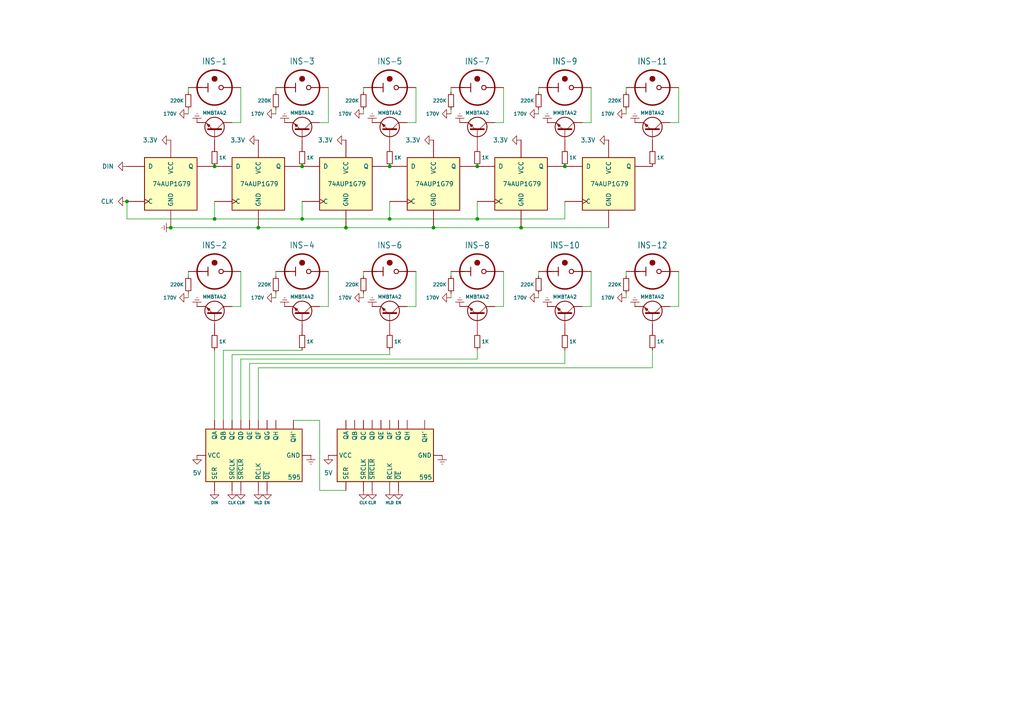
<source format=kicad_sch>
(kicad_sch (version 20250114) (generator "eeschema") (generator_version "9.0")
  (paper "A4")
  (lib_symbols
    (symbol "74AHC595_1" (pin_numbers (hide yes))
      (property "Reference" "U" (at -7.62 13.97 0))
      (property "Value" "74AHC595" (at -7.62 -16.51 0))
      (symbol "74AHC595_1_1_0"
        (pin input line (at -10.16 10.16 0) (length 2.54) (name "SER") (number "14"))
        (pin input line (at -10.16 5.08 0) (length 2.54) (name "SRCLK") (number "11"))
        (pin input line (at -10.16 2.54 0) (length 2.54) (name "~{SRCLR}") (number "10"))
        (pin input line (at -10.16 -2.54 0) (length 2.54) (name "RCLK") (number "12"))
        (pin input line (at -10.16 -5.08 0) (length 2.54) (name "~{OE}") (number "13"))
        (pin power_in line (at 0 15.24 270) (length 2.54) (name "VCC") (number "16"))
        (pin power_in line (at 0 -17.78 90) (length 2.54) (name "GND") (number "8"))
        (pin tri_state line (at 10.16 10.16 180) (length 2.54) (name "QA") (number "15"))
        (pin tri_state line (at 10.16 7.62 180) (length 2.54) (name "QB") (number "1"))
        (pin tri_state line (at 10.16 5.08 180) (length 2.54) (name "QC") (number "2"))
        (pin tri_state line (at 10.16 2.54 180) (length 2.54) (name "QD") (number "3"))
        (pin tri_state line (at 10.16 0 180) (length 2.54) (name "QE") (number "4"))
        (pin tri_state line (at 10.16 -2.54 180) (length 2.54) (name "QF") (number "5"))
        (pin tri_state line (at 10.16 -5.08 180) (length 2.54) (name "QG") (number "6"))
        (pin tri_state line (at 10.16 -7.62 180) (length 2.54) (name "QH") (number "7"))
        (pin output line (at 10.16 -12.7 180) (length 2.54) (name "QH'") (number "9"))
      )
      (symbol "74AHC595_1_1_1"
        (rectangle (start -7.62 12.7) (end 7.62 -15.24) (stroke (width 0.254)) (fill (type background)))
      )
    )
    (symbol "74AUP1G79_1" (pin_numbers (hide yes)) (pin_names (offset 1.016))
      (property "Reference" "U" (at -2.54 5.08 0))
      (property "Value" "74AUP1G79" (at 0 -5.08 0))
      (symbol "74AUP1G79_1_0_1"
        (rectangle (start -7.62 7.62) (end 7.62 -7.62) (stroke (width 0.254)) (fill (type background)))
      )
      (symbol "74AUP1G79_1_1_1"
        (pin input line (at -12.7 5.08 0) (length 5.08) (name "D") (number "1"))
        (pin input clock (at -12.7 -5.08 0) (length 5.08) (name "C") (number "2"))
        (pin power_in line (at 0 12.7 270) (length 5.08) (name "VCC") (number "5"))
        (pin power_in line (at 0 -12.7 90) (length 5.08) (name "GND") (number "3"))
        (pin output line (at 12.7 5.08 180) (length 5.08) (name "Q") (number "4"))
      )
    )
    (symbol "74xGxx:74AUP1G79" (pin_numbers (hide yes)) (pin_names (offset 1.016))
      (property "Reference" "U" (at -2.54 5.08 0))
      (property "Value" "74AUP1G79" (at 0 -5.08 0))
      (symbol "74AUP1G79_0_1"
        (rectangle (start -7.62 7.62) (end 7.62 -7.62) (stroke (width 0.254)) (fill (type background)))
      )
      (symbol "74AUP1G79_1_1"
        (pin input line (at -12.7 5.08 0) (length 5.08) (name "D") (number "1"))
        (pin input clock (at -12.7 -5.08 0) (length 5.08) (name "C") (number "2"))
        (pin power_in line (at 0 12.7 270) (length 5.08) (name "VCC") (number "5"))
        (pin power_in line (at 0 -12.7 90) (length 5.08) (name "GND") (number "3"))
        (pin output line (at 12.7 5.08 180) (length 5.08) (name "Q") (number "4"))
      )
    )
    (symbol "74xx:74AHC595" (pin_numbers (hide yes))
      (property "Reference" "U" (at -7.62 13.97 0))
      (property "Value" "74AHC595" (at -7.62 -16.51 0))
      (symbol "74AHC595_1_0"
        (pin input line (at -10.16 10.16 0) (length 2.54) (name "SER") (number "14"))
        (pin input line (at -10.16 5.08 0) (length 2.54) (name "SRCLK") (number "11"))
        (pin input line (at -10.16 2.54 0) (length 2.54) (name "~{SRCLR}") (number "10"))
        (pin input line (at -10.16 -2.54 0) (length 2.54) (name "RCLK") (number "12"))
        (pin input line (at -10.16 -5.08 0) (length 2.54) (name "~{OE}") (number "13"))
        (pin power_in line (at 0 15.24 270) (length 2.54) (name "VCC") (number "16"))
        (pin power_in line (at 0 -17.78 90) (length 2.54) (name "GND") (number "8"))
        (pin tri_state line (at 10.16 10.16 180) (length 2.54) (name "QA") (number "15"))
        (pin tri_state line (at 10.16 7.62 180) (length 2.54) (name "QB") (number "1"))
        (pin tri_state line (at 10.16 5.08 180) (length 2.54) (name "QC") (number "2"))
        (pin tri_state line (at 10.16 2.54 180) (length 2.54) (name "QD") (number "3"))
        (pin tri_state line (at 10.16 0 180) (length 2.54) (name "QE") (number "4"))
        (pin tri_state line (at 10.16 -2.54 180) (length 2.54) (name "QF") (number "5"))
        (pin tri_state line (at 10.16 -5.08 180) (length 2.54) (name "QG") (number "6"))
        (pin tri_state line (at 10.16 -7.62 180) (length 2.54) (name "QH") (number "7"))
        (pin output line (at 10.16 -12.7 180) (length 2.54) (name "QH'") (number "9"))
      )
      (symbol "74AHC595_1_1"
        (rectangle (start -7.62 12.7) (end 7.62 -15.24) (stroke (width 0.254)) (fill (type background)))
      )
    )
    (symbol "Device:R_Small" (pin_numbers (hide yes)) (pin_names (offset 0.254) (hide yes))
      (property "Reference" "R" (at 0 0 90))
      (property "Value" "R_Small" (at 1.778 0 90))
      (symbol "R_Small_0_1"
        (rectangle (start -0.762 1.778) (end 0.762 -1.778) (stroke (width 0.2032)))
      )
      (symbol "R_Small_1_1"
        (pin passive line (at 0 2.54 270) (length 0.762) (name "~") (number "1"))
        (pin passive line (at 0 -2.54 90) (length 0.762) (name "~") (number "2"))
      )
    )
    (symbol "IN-3_1" (pin_numbers (hide yes)) (pin_names (hide yes))
      (property "Reference" "N" (at 1.27 3.175 0))
      (symbol "IN-3_1_1_0"
        (polyline (pts (xy 0 -2.54) (xy 0.635 -2.54)) (stroke (width 0.254)))
        (polyline (pts (xy 0.635 -2.54) (xy 0 -2.54)) (stroke (width 0.254)))
        (polyline (pts (xy 0.635 -2.54) (xy 3.175 -2.54)) (stroke (width 0.254)))
        (polyline (pts (xy 1.27 -2.54) (xy 0.635 -2.54)) (stroke (width 0.254)))
        (polyline (pts (xy 3.175 -2.54) (xy 3.175 -1.27)) (stroke (width 0.254)))
        (polyline (pts (xy 3.175 -2.54) (xy 3.175 -3.81)) (stroke (width 0.254)))
        (polyline (pts (xy 4.7625 0) (xy 5.08 0)) (stroke (width 0.254)))
        (polyline (pts (xy 5.08 0) (xy 5.08 0.3175)) (stroke (width 0.4064)))
        (polyline (pts (xy 5.08 0) (xy 5.08 -0.3175)) (stroke (width 0.4064)))
        (polyline (pts (xy 5.08 0) (xy 5.3975 0)) (stroke (width 0.254)))
        (circle (center 5.08 0) (radius 0.3175) (stroke (width 0.254)))
        (circle (center 5.08 0) (radius 0.635) (stroke (width 0.4064)))
        (circle (center 5.08 -2.54) (radius 5.08) (stroke (width 0.4064)))
        (circle (center 6.985 -2.54) (radius 0.635) (stroke (width 0.254)))
        (polyline (pts (xy 10.16 -2.54) (xy 7.62 -2.54)) (stroke (width 0.254)))
        (pin bidirectional line (at -2.54 -2.54 0) (length 2.54) (name "A") (number "A"))
        (pin bidirectional line (at 12.7 -2.54 180) (length 2.54) (name "K") (number "K"))
      )
    )
    (symbol "Transistor_BJT:MMBTA42" (pin_numbers (hide yes)) (pin_names (offset 0) (hide yes))
      (property "Reference" "Q" (at 5.08 1.905 0))
      (property "Value" "MMBTA42" (at 5.08 0 0))
      (symbol "MMBTA42_0_1"
        (polyline (pts (xy -2.54 0) (xy 0.635 0)))
        (polyline (pts (xy 0.635 1.905) (xy 0.635 -1.905)) (stroke (width 0.508)))
        (circle (center 1.27 0) (radius 2.8194) (stroke (width 0.254)))
      )
      (symbol "MMBTA42_1_1"
        (polyline (pts (xy 0.635 0.635) (xy 2.54 2.54)))
        (polyline (pts (xy 0.635 -0.635) (xy 2.54 -2.54)))
        (polyline (pts (xy 1.27 -1.778) (xy 1.778 -1.27) (xy 2.286 -2.286) (xy 1.27 -1.778)) (fill (type outline)))
        (pin input line (at -5.08 0 0) (length 2.54) (name "B") (number "1"))
        (pin passive line (at 2.54 5.08 270) (length 2.54) (name "C") (number "3"))
        (pin passive line (at 2.54 -5.08 90) (length 2.54) (name "E") (number "2"))
      )
    )
    (symbol "power:GND" (power) (pin_numbers (hide yes)) (pin_names (offset 0) (hide yes))
      (property "Value" "GND" (at 0 -3.81 0))
      (symbol "GND_0_1"
        (polyline (pts (xy 0 0) (xy 0 -1.27) (xy 1.27 -1.27) (xy 0 -2.54) (xy -1.27 -1.27) (xy 0 -1.27)))
      )
      (symbol "GND_1_1"
        (pin power_in line (at 0 0 270) (length 0) (name "~") (number "1"))
      )
    )
    (symbol "power:GNDREF" (power) (pin_numbers (hide yes)) (pin_names (offset 0) (hide yes))
      (property "Value" "GNDREF" (at 0 -3.81 0))
      (symbol "GNDREF_0_1"
        (polyline (pts (xy -0.635 -1.905) (xy 0.635 -1.905)))
        (polyline (pts (xy -0.127 -2.54) (xy 0.127 -2.54)))
        (polyline (pts (xy 0 -1.27) (xy 0 0)))
        (polyline (pts (xy 1.27 -1.27) (xy -1.27 -1.27)))
      )
      (symbol "GNDREF_1_1"
        (pin power_in line (at 0 0 270) (length 0) (name "~") (number "1"))
      )
    )
  )
  (junction (at 49.53 66.04))
  (junction (at 100.33 66.04))
  (junction (at 62.23 63.5))
  (junction (at 125.73 66.04))
  (junction (at 138.43 48.26))
  (junction (at 36.83 58.42))
  (junction (at 151.13 66.04))
  (junction (at 87.63 63.5))
  (junction (at 113.03 63.5))
  (junction (at 113.03 48.26))
  (junction (at 74.93 66.04))
  (junction (at 163.83 48.26))
  (junction (at 62.23 48.26))
  (junction (at 87.63 48.26))
  (junction (at 138.43 63.5))
  (wire (pts (xy 196.85 25.4) (xy 196.85 35.56)))
  (wire (pts (xy 72.39 105.41) (xy 163.83 105.41)))
  (wire (pts (xy 69.85 121.92) (xy 69.85 104.14)))
  (wire (pts (xy 74.93 121.92) (xy 74.93 106.68)))
  (wire (pts (xy 105.41 78.74) (xy 105.41 80.01)))
  (wire (pts (xy 69.85 35.56) (xy 67.31 35.56)))
  (wire (pts (xy 113.03 102.87) (xy 113.03 101.6)))
  (wire (pts (xy 69.85 25.4) (xy 69.85 35.56)))
  (wire (pts (xy 156.21 86.36) (xy 156.21 85.09)))
  (wire (pts (xy 196.85 88.9) (xy 194.31 88.9)))
  (wire (pts (xy 74.93 66.04) (xy 100.33 66.04)))
  (wire (pts (xy 189.23 101.6) (xy 189.23 106.68)))
  (wire (pts (xy 181.61 25.4) (xy 181.61 26.67)))
  (wire (pts (xy 105.41 33.02) (xy 105.41 31.75)))
  (wire (pts (xy 67.31 102.87) (xy 113.03 102.87)))
  (wire (pts (xy 138.43 101.6) (xy 138.43 104.14)))
  (wire (pts (xy 67.31 121.92) (xy 67.31 102.87)))
  (wire (pts (xy 113.03 63.5) (xy 87.63 63.5)))
  (wire (pts (xy 69.85 104.14) (xy 138.43 104.14)))
  (wire (pts (xy 120.65 88.9) (xy 118.11 88.9)))
  (wire (pts (xy 146.05 35.56) (xy 143.51 35.56)))
  (wire (pts (xy 54.61 33.02) (xy 54.61 31.75)))
  (wire (pts (xy 92.71 121.92) (xy 92.71 142.24)))
  (wire (pts (xy 87.63 58.42) (xy 87.63 63.5)))
  (wire (pts (xy 105.41 25.4) (xy 105.41 26.67)))
  (wire (pts (xy 156.21 78.74) (xy 156.21 80.01)))
  (wire (pts (xy 113.03 58.42) (xy 113.03 63.5)))
  (wire (pts (xy 36.83 58.42) (xy 36.83 63.5)))
  (wire (pts (xy 130.81 86.36) (xy 130.81 85.09)))
  (wire (pts (xy 181.61 78.74) (xy 181.61 80.01)))
  (wire (pts (xy 156.21 33.02) (xy 156.21 31.75)))
  (wire (pts (xy 151.13 66.04) (xy 176.53 66.04)))
  (wire (pts (xy 92.71 142.24) (xy 100.33 142.24)))
  (wire (pts (xy 146.05 78.74) (xy 146.05 88.9)))
  (wire (pts (xy 181.61 33.02) (xy 181.61 31.75)))
  (wire (pts (xy 62.23 101.6) (xy 62.23 121.92)))
  (wire (pts (xy 130.81 25.4) (xy 130.81 26.67)))
  (wire (pts (xy 156.21 25.4) (xy 156.21 26.67)))
  (wire (pts (xy 196.85 35.56) (xy 194.31 35.56)))
  (wire (pts (xy 100.33 66.04) (xy 125.73 66.04)))
  (wire (pts (xy 146.05 88.9) (xy 143.51 88.9)))
  (wire (pts (xy 64.77 121.92) (xy 64.77 101.6)))
  (wire (pts (xy 95.25 35.56) (xy 92.71 35.56)))
  (wire (pts (xy 181.61 86.36) (xy 181.61 85.09)))
  (wire (pts (xy 171.45 78.74) (xy 171.45 88.9)))
  (wire (pts (xy 49.53 66.04) (xy 74.93 66.04)))
  (wire (pts (xy 72.39 121.92) (xy 72.39 105.41)))
  (wire (pts (xy 163.83 105.41) (xy 163.83 101.6)))
  (wire (pts (xy 146.05 25.4) (xy 146.05 35.56)))
  (wire (pts (xy 85.09 121.92) (xy 92.71 121.92)))
  (wire (pts (xy 138.43 63.5) (xy 113.03 63.5)))
  (wire (pts (xy 80.01 86.36) (xy 80.01 85.09)))
  (wire (pts (xy 64.77 101.6) (xy 87.63 101.6)))
  (wire (pts (xy 95.25 78.74) (xy 95.25 88.9)))
  (wire (pts (xy 80.01 25.4) (xy 80.01 26.67)))
  (wire (pts (xy 163.83 58.42) (xy 163.83 63.5)))
  (wire (pts (xy 196.85 78.74) (xy 196.85 88.9)))
  (wire (pts (xy 62.23 58.42) (xy 62.23 63.5)))
  (wire (pts (xy 54.61 25.4) (xy 54.61 26.67)))
  (wire (pts (xy 95.25 88.9) (xy 92.71 88.9)))
  (wire (pts (xy 130.81 78.74) (xy 130.81 80.01)))
  (wire (pts (xy 80.01 33.02) (xy 80.01 31.75)))
  (wire (pts (xy 74.93 106.68) (xy 189.23 106.68)))
  (wire (pts (xy 80.01 78.74) (xy 80.01 80.01)))
  (wire (pts (xy 120.65 25.4) (xy 120.65 35.56)))
  (wire (pts (xy 138.43 58.42) (xy 138.43 63.5)))
  (wire (pts (xy 171.45 25.4) (xy 171.45 35.56)))
  (wire (pts (xy 138.43 63.5) (xy 163.83 63.5)))
  (wire (pts (xy 62.23 63.5) (xy 36.83 63.5)))
  (wire (pts (xy 120.65 35.56) (xy 118.11 35.56)))
  (wire (pts (xy 171.45 35.56) (xy 168.91 35.56)))
  (wire (pts (xy 54.61 86.36) (xy 54.61 85.09)))
  (wire (pts (xy 62.23 63.5) (xy 87.63 63.5)))
  (wire (pts (xy 69.85 78.74) (xy 69.85 88.9)))
  (wire (pts (xy 125.73 66.04) (xy 151.13 66.04)))
  (wire (pts (xy 95.25 25.4) (xy 95.25 35.56)))
  (wire (pts (xy 171.45 88.9) (xy 168.91 88.9)))
  (wire (pts (xy 120.65 78.74) (xy 120.65 88.9)))
  (wire (pts (xy 105.41 86.36) (xy 105.41 85.09)))
  (wire (pts (xy 130.81 33.02) (xy 130.81 31.75)))
  (wire (pts (xy 69.85 88.9) (xy 67.31 88.9)))
  (wire (pts (xy 54.61 78.74) (xy 54.61 80.01)))
  (symbol (lib_id "power:GND") (at 80.01 33.02 270) (unit 1)
    (property "Reference" "#PWR016" (effects (hide yes)))
    (property "Value" "170V" (at 74.676 33.02 90) (effects (font (size 1 1))))
    (property "Description" "Power symbol creates a global label with name \"GND\" , ground" (effects (hide yes)))
  )
  (symbol (lib_id "power:GND") (at 74.93 142.24 0) (unit 1)
    (property "Reference" "#PWR014" (effects (hide yes)))
    (property "Value" "HLD" (at 74.93 145.796 0) (effects (font (size 0.8 0.8))))
    (property "Description" "Power symbol creates a global label with name \"GND\" , ground" (effects (hide yes)))
  )
  (symbol (lib_id "power:GND") (at 130.81 86.36 270) (unit 1)
    (property "Reference" "#PWR034" (effects (hide yes)))
    (property "Value" "170V" (at 125.476 86.36 90) (effects (font (size 1 1))))
    (property "Description" "Power symbol creates a global label with name \"GND\" , ground" (effects (hide yes)))
  )
  (symbol (lib_id "power:GNDREF") (at 57.15 88.9 180) (unit 1)
    (property "Reference" "#PWR08" (effects (hide yes)))
    (property "Value" "GNDREF" (effects (hide yes)))
    (property "Description" "Power symbol creates a global label with name \"GNDREF\" , reference supply ground" (effects (hide yes)))
  )
  (symbol (lib_id "power:GND") (at 151.13 40.64 270) (unit 1)
    (property "Reference" "#PWR037" (effects (hide yes)))
    (property "Value" "3.3V" (at 147.32 40.6399 90) (effects (justify right)))
    (property "Description" "Power symbol creates a global label with name \"GND\" , ground" (effects (hide yes)))
  )
  (symbol (lib_id "74xGxx:74AUP1G79") (at 74.93 53.34 0) (unit 1)
    (property "Reference" "U3" (effects (hide yes)))
    (property "Value" "74AUP1G79" (at 75.184 53.34 0))
    (property "Datasheet" "http://www.ti.com/lit/sg/scyt129e/scyt129e.pdf" (effects (hide yes)))
    (property "Description" "Single D Flip-Flop, Low-Voltage CMOS" (effects (hide yes)))
  )
  (symbol (lib_id "power:GNDREF") (at 158.75 35.56 180) (unit 1)
    (property "Reference" "#PWR040" (effects (hide yes)))
    (property "Value" "GNDREF" (effects (hide yes)))
    (property "Description" "Power symbol creates a global label with name \"GNDREF\" , reference supply ground" (effects (hide yes)))
  )
  (symbol (lib_id "Device:R_Small") (at 189.23 45.72 0) (unit 1)
    (property "Reference" "R23" (effects (hide yes)))
    (property "Value" "1K" (at 190.5 45.72 0) (effects (font (size 1 1)) (justify left)))
    (property "Description" "Resistor, small symbol" (effects (hide yes)))
  )
  (symbol (lib_id "Transistor_BJT:MMBTA42") (at 163.83 91.44 270) (mirror x) (unit 1)
    (property "Reference" "Q10" (effects (hide yes)))
    (property "Value" "MMBTA42" (at 163.83 86.106 90) (effects (font (size 1 1))))
    (property "Datasheet" "https://www.onsemi.com/pub/Collateral/MMBTA42LT1-D.PDF" (effects (hide yes)))
    (property "Description" "0.5A Ic, 300V Vce, NPN High Voltage Transistor, SOT-23" (effects (hide yes)))
    (property "Sim.Device" "NPN" (effects (hide yes)))
    (property "Sim.Pins" "1=B 2=E 3=C" (effects (hide yes)))
  )
  (symbol (lib_id "power:GND") (at 156.21 86.36 270) (unit 1)
    (property "Reference" "#PWR039" (effects (hide yes)))
    (property "Value" "170V" (at 150.876 86.36 90) (effects (font (size 1 1))))
    (property "Description" "Power symbol creates a global label with name \"GND\" , ground" (effects (hide yes)))
  )
  (symbol (lib_name "IN-3_1") (lib_id "nixies-us:IN-3") (at 184.15 22.86 0) (unit 1)
    (property "Reference" "INS-11" (at 189.23 17.78 0) (effects (font (size 1.778 1.5113))))
    (property "Description" "IN-3: nixie bulb" (effects (hide yes)))
  )
  (symbol (lib_id "Device:R_Small") (at 181.61 82.55 0) (mirror y) (unit 1)
    (property "Reference" "R22" (effects (hide yes)))
    (property "Value" "220K" (at 180.34 82.55 0) (effects (font (size 1 1)) (justify left)))
    (property "Description" "Resistor, small symbol" (effects (hide yes)))
  )
  (symbol (lib_id "Device:R_Small") (at 80.01 82.55 0) (mirror y) (unit 1)
    (property "Reference" "R6" (effects (hide yes)))
    (property "Value" "220K" (at 78.74 82.55 0) (effects (font (size 1 1)) (justify left)))
    (property "Description" "Resistor, small symbol" (effects (hide yes)))
  )
  (symbol (lib_id "Device:R_Small") (at 156.21 29.21 0) (mirror y) (unit 1)
    (property "Reference" "R17" (effects (hide yes)))
    (property "Value" "220K" (at 154.94 29.21 0) (effects (font (size 1 1)) (justify left)))
    (property "Description" "Resistor, small symbol" (effects (hide yes)))
  )
  (symbol (lib_id "Device:R_Small") (at 156.21 82.55 0) (mirror y) (unit 1)
    (property "Reference" "R18" (effects (hide yes)))
    (property "Value" "220K" (at 154.94 82.55 0) (effects (font (size 1 1)) (justify left)))
    (property "Description" "Resistor, small symbol" (effects (hide yes)))
  )
  (symbol (lib_name "IN-3_1") (lib_id "nixies-us:IN-3") (at 184.15 76.2 0) (unit 1)
    (property "Reference" "INS-12" (at 189.23 71.12 0) (effects (font (size 1.778 1.5113))))
    (property "Description" "IN-3: nixie bulb" (effects (hide yes)))
  )
  (symbol (lib_id "power:GNDREF") (at 82.55 35.56 180) (unit 1)
    (property "Reference" "#PWR018" (effects (hide yes)))
    (property "Value" "GNDREF" (effects (hide yes)))
    (property "Description" "Power symbol creates a global label with name \"GNDREF\" , reference supply ground" (effects (hide yes)))
  )
  (symbol (lib_name "74AHC595_1") (lib_id "74xx:74AHC595") (at 72.39 132.08 90) (unit 1)
    (property "Reference" "U2" (effects (hide yes)))
    (property "Value" "595" (at 85.344 138.43 90))
    (property "Datasheet" "https://assets.nexperia.com/documents/data-sheet/74AHC_AHCT595.pdf" (effects (hide yes)))
    (property "Description" "8-bit serial in/out Shift Register 3-State Outputs" (effects (hide yes)))
  )
  (symbol (lib_id "Transistor_BJT:MMBTA42") (at 163.83 38.1 270) (mirror x) (unit 1)
    (property "Reference" "Q9" (effects (hide yes)))
    (property "Value" "MMBTA42" (at 163.83 32.766 90) (effects (font (size 1 1))))
    (property "Datasheet" "https://www.onsemi.com/pub/Collateral/MMBTA42LT1-D.PDF" (effects (hide yes)))
    (property "Description" "0.5A Ic, 300V Vce, NPN High Voltage Transistor, SOT-23" (effects (hide yes)))
    (property "Sim.Device" "NPN" (effects (hide yes)))
    (property "Sim.Pins" "1=B 2=E 3=C" (effects (hide yes)))
  )
  (symbol (lib_id "Transistor_BJT:MMBTA42") (at 138.43 91.44 270) (mirror x) (unit 1)
    (property "Reference" "Q8" (effects (hide yes)))
    (property "Value" "MMBTA42" (at 138.43 86.106 90) (effects (font (size 1 1))))
    (property "Datasheet" "https://www.onsemi.com/pub/Collateral/MMBTA42LT1-D.PDF" (effects (hide yes)))
    (property "Description" "0.5A Ic, 300V Vce, NPN High Voltage Transistor, SOT-23" (effects (hide yes)))
    (property "Sim.Device" "NPN" (effects (hide yes)))
    (property "Sim.Pins" "1=B 2=E 3=C" (effects (hide yes)))
  )
  (symbol (lib_id "power:GND") (at 69.85 142.24 0) (unit 1)
    (property "Reference" "#PWR012" (effects (hide yes)))
    (property "Value" "CLR" (at 69.85 145.796 0) (effects (font (size 0.8 0.8))))
    (property "Description" "Power symbol creates a global label with name \"GND\" , ground" (effects (hide yes)))
  )
  (symbol (lib_id "power:GNDREF") (at 57.15 35.56 180) (unit 1)
    (property "Reference" "#PWR07" (effects (hide yes)))
    (property "Value" "GNDREF" (effects (hide yes)))
    (property "Description" "Power symbol creates a global label with name \"GNDREF\" , reference supply ground" (effects (hide yes)))
  )
  (symbol (lib_id "power:GND") (at 36.83 58.42 270) (unit 1)
    (property "Reference" "#PWR02" (effects (hide yes)))
    (property "Value" "CLK" (at 33.02 58.4199 90) (effects (justify right)))
    (property "Description" "Power symbol creates a global label with name \"GND\" , ground" (effects (hide yes)))
  )
  (symbol (lib_name "IN-3_1") (lib_id "nixies-us:IN-3") (at 107.95 22.86 0) (unit 1)
    (property "Reference" "INS-5" (at 113.03 17.78 0) (effects (font (size 1.778 1.5113))))
    (property "Description" "IN-3: nixie bulb" (effects (hide yes)))
  )
  (symbol (lib_name "IN-3_1") (lib_id "nixies-us:IN-3") (at 158.75 22.86 0) (unit 1)
    (property "Reference" "INS-9" (at 163.83 17.78 0) (effects (font (size 1.778 1.5113))))
    (property "Description" "IN-3: nixie bulb" (effects (hide yes)))
  )
  (symbol (lib_id "power:GND") (at 54.61 33.02 270) (unit 1)
    (property "Reference" "#PWR05" (effects (hide yes)))
    (property "Value" "170V" (at 49.276 33.02 90) (effects (font (size 1 1))))
    (property "Description" "Power symbol creates a global label with name \"GND\" , ground" (effects (hide yes)))
  )
  (symbol (lib_id "power:GND") (at 77.47 142.24 0) (unit 1)
    (property "Reference" "#PWR015" (effects (hide yes)))
    (property "Value" "EN" (at 77.47 145.796 0) (effects (font (size 0.8 0.8))))
    (property "Description" "Power symbol creates a global label with name \"GND\" , ground" (effects (hide yes)))
  )
  (symbol (lib_id "Device:R_Small") (at 130.81 29.21 0) (mirror y) (unit 1)
    (property "Reference" "R13" (effects (hide yes)))
    (property "Value" "220K" (at 129.54 29.21 0) (effects (font (size 1 1)) (justify left)))
    (property "Description" "Resistor, small symbol" (effects (hide yes)))
  )
  (symbol (lib_id "Device:R_Small") (at 87.63 45.72 0) (unit 1)
    (property "Reference" "R7" (effects (hide yes)))
    (property "Value" "1K" (at 88.9 45.72 0) (effects (font (size 1 1)) (justify left)))
    (property "Description" "Resistor, small symbol" (effects (hide yes)))
  )
  (symbol (lib_name "IN-3_1") (lib_id "nixies-us:IN-3") (at 107.95 76.2 0) (unit 1)
    (property "Reference" "INS-6" (at 113.03 71.12 0) (effects (font (size 1.778 1.5113))))
    (property "Description" "IN-3: nixie bulb" (effects (hide yes)))
  )
  (symbol (lib_id "Transistor_BJT:MMBTA42") (at 189.23 91.44 270) (mirror x) (unit 1)
    (property "Reference" "Q12" (effects (hide yes)))
    (property "Value" "MMBTA42" (at 189.23 86.106 90) (effects (font (size 1 1))))
    (property "Datasheet" "https://www.onsemi.com/pub/Collateral/MMBTA42LT1-D.PDF" (effects (hide yes)))
    (property "Description" "0.5A Ic, 300V Vce, NPN High Voltage Transistor, SOT-23" (effects (hide yes)))
    (property "Sim.Device" "NPN" (effects (hide yes)))
    (property "Sim.Pins" "1=B 2=E 3=C" (effects (hide yes)))
  )
  (symbol (lib_id "Transistor_BJT:MMBTA42") (at 113.03 91.44 270) (mirror x) (unit 1)
    (property "Reference" "Q6" (effects (hide yes)))
    (property "Value" "MMBTA42" (at 113.03 86.106 90) (effects (font (size 1 1))))
    (property "Datasheet" "https://www.onsemi.com/pub/Collateral/MMBTA42LT1-D.PDF" (effects (hide yes)))
    (property "Description" "0.5A Ic, 300V Vce, NPN High Voltage Transistor, SOT-23" (effects (hide yes)))
    (property "Sim.Device" "NPN" (effects (hide yes)))
    (property "Sim.Pins" "1=B 2=E 3=C" (effects (hide yes)))
  )
  (symbol (lib_name "IN-3_1") (lib_id "nixies-us:IN-3") (at 158.75 76.2 0) (unit 1)
    (property "Reference" "INS-10" (at 163.83 71.12 0) (effects (font (size 1.778 1.5113))))
    (property "Description" "IN-3: nixie bulb" (effects (hide yes)))
  )
  (symbol (lib_id "Device:R_Small") (at 54.61 29.21 0) (mirror y) (unit 1)
    (property "Reference" "R1" (effects (hide yes)))
    (property "Value" "220K" (at 53.34 29.21 0) (effects (font (size 1 1)) (justify left)))
    (property "Description" "Resistor, small symbol" (effects (hide yes)))
  )
  (symbol (lib_id "74xx:74AHC595") (at 110.49 132.08 90) (unit 1)
    (property "Reference" "U5" (effects (hide yes)))
    (property "Value" "595" (at 123.444 138.43 90))
    (property "Datasheet" "https://assets.nexperia.com/documents/data-sheet/74AHC_AHCT595.pdf" (effects (hide yes)))
    (property "Description" "8-bit serial in/out Shift Register 3-State Outputs" (effects (hide yes)))
  )
  (symbol (lib_id "power:GND") (at 67.31 142.24 0) (unit 1)
    (property "Reference" "#PWR011" (effects (hide yes)))
    (property "Value" "CLK" (at 67.31 145.796 0) (effects (font (size 0.8 0.8))))
    (property "Description" "Power symbol creates a global label with name \"GND\" , ground" (effects (hide yes)))
  )
  (symbol (lib_id "Device:R_Small") (at 87.63 99.06 0) (unit 1)
    (property "Reference" "R8" (effects (hide yes)))
    (property "Value" "1K" (at 88.9 99.06 0) (effects (font (size 1 1)) (justify left)))
    (property "Description" "Resistor, small symbol" (effects (hide yes)))
  )
  (symbol (lib_id "Device:R_Small") (at 163.83 99.06 0) (unit 1)
    (property "Reference" "R20" (effects (hide yes)))
    (property "Value" "1K" (at 165.1 99.06 0) (effects (font (size 1 1)) (justify left)))
    (property "Description" "Resistor, small symbol" (effects (hide yes)))
  )
  (symbol (lib_id "power:GNDREF") (at 49.53 66.04 270) (unit 1)
    (property "Reference" "#PWR04" (effects (hide yes)))
    (property "Value" "GNDREF" (effects (hide yes)))
    (property "Description" "Power symbol creates a global label with name \"GNDREF\" , reference supply ground" (effects (hide yes)))
  )
  (symbol (lib_id "power:GNDREF") (at 184.15 88.9 180) (unit 1)
    (property "Reference" "#PWR046" (effects (hide yes)))
    (property "Value" "GNDREF" (effects (hide yes)))
    (property "Description" "Power symbol creates a global label with name \"GNDREF\" , reference supply ground" (effects (hide yes)))
  )
  (symbol (lib_id "power:GND") (at 130.81 33.02 270) (unit 1)
    (property "Reference" "#PWR033" (effects (hide yes)))
    (property "Value" "170V" (at 125.476 33.02 90) (effects (font (size 1 1))))
    (property "Description" "Power symbol creates a global label with name \"GND\" , ground" (effects (hide yes)))
  )
  (symbol (lib_id "power:GND") (at 156.21 33.02 270) (unit 1)
    (property "Reference" "#PWR038" (effects (hide yes)))
    (property "Value" "170V" (at 150.876 33.02 90) (effects (font (size 1 1))))
    (property "Description" "Power symbol creates a global label with name \"GND\" , ground" (effects (hide yes)))
  )
  (symbol (lib_id "Device:R_Small") (at 138.43 45.72 0) (unit 1)
    (property "Reference" "R15" (effects (hide yes)))
    (property "Value" "1K" (at 139.7 45.72 0) (effects (font (size 1 1)) (justify left)))
    (property "Description" "Resistor, small symbol" (effects (hide yes)))
  )
  (symbol (lib_id "Device:R_Small") (at 105.41 29.21 0) (mirror y) (unit 1)
    (property "Reference" "R9" (effects (hide yes)))
    (property "Value" "220K" (at 104.14 29.21 0) (effects (font (size 1 1)) (justify left)))
    (property "Description" "Resistor, small symbol" (effects (hide yes)))
  )
  (symbol (lib_id "74xGxx:74AUP1G79") (at 176.53 53.34 0) (unit 1)
    (property "Reference" "U8" (effects (hide yes)))
    (property "Value" "74AUP1G79" (at 176.784 53.34 0))
    (property "Datasheet" "http://www.ti.com/lit/sg/scyt129e/scyt129e.pdf" (effects (hide yes)))
    (property "Description" "Single D Flip-Flop, Low-Voltage CMOS" (effects (hide yes)))
  )
  (symbol (lib_id "Transistor_BJT:MMBTA42") (at 138.43 38.1 270) (mirror x) (unit 1)
    (property "Reference" "Q7" (effects (hide yes)))
    (property "Value" "MMBTA42" (at 138.43 32.766 90) (effects (font (size 1 1))))
    (property "Datasheet" "https://www.onsemi.com/pub/Collateral/MMBTA42LT1-D.PDF" (effects (hide yes)))
    (property "Description" "0.5A Ic, 300V Vce, NPN High Voltage Transistor, SOT-23" (effects (hide yes)))
    (property "Sim.Device" "NPN" (effects (hide yes)))
    (property "Sim.Pins" "1=B 2=E 3=C" (effects (hide yes)))
  )
  (symbol (lib_id "Device:R_Small") (at 80.01 29.21 0) (mirror y) (unit 1)
    (property "Reference" "R5" (effects (hide yes)))
    (property "Value" "220K" (at 78.74 29.21 0) (effects (font (size 1 1)) (justify left)))
    (property "Description" "Resistor, small symbol" (effects (hide yes)))
  )
  (symbol (lib_id "power:GNDREF") (at 133.35 88.9 180) (unit 1)
    (property "Reference" "#PWR036" (effects (hide yes)))
    (property "Value" "GNDREF" (effects (hide yes)))
    (property "Description" "Power symbol creates a global label with name \"GNDREF\" , reference supply ground" (effects (hide yes)))
  )
  (symbol (lib_id "power:GND") (at 57.15 132.08 0) (unit 1)
    (property "Reference" "#PWR09" (effects (hide yes)))
    (property "Value" "5V" (at 57.15 137.16 0))
    (property "Description" "Power symbol creates a global label with name \"GND\" , ground" (effects (hide yes)))
  )
  (symbol (lib_id "Transistor_BJT:MMBTA42") (at 62.23 91.44 270) (mirror x) (unit 1)
    (property "Reference" "Q2" (effects (hide yes)))
    (property "Value" "MMBTA42" (at 62.23 86.106 90) (effects (font (size 1 1))))
    (property "Datasheet" "https://www.onsemi.com/pub/Collateral/MMBTA42LT1-D.PDF" (effects (hide yes)))
    (property "Description" "0.5A Ic, 300V Vce, NPN High Voltage Transistor, SOT-23" (effects (hide yes)))
    (property "Sim.Device" "NPN" (effects (hide yes)))
    (property "Sim.Pins" "1=B 2=E 3=C" (effects (hide yes)))
  )
  (symbol (lib_name "IN-3_1") (lib_id "nixies-us:IN-3") (at 57.15 22.86 0) (unit 1)
    (property "Reference" "INS-1" (at 62.23 17.78 0) (effects (font (size 1.778 1.5113))))
    (property "Description" "IN-3: nixie bulb" (effects (hide yes)))
  )
  (symbol (lib_id "power:GNDREF") (at 82.55 88.9 180) (unit 1)
    (property "Reference" "#PWR019" (effects (hide yes)))
    (property "Value" "GNDREF" (effects (hide yes)))
    (property "Description" "Power symbol creates a global label with name \"GNDREF\" , reference supply ground" (effects (hide yes)))
  )
  (symbol (lib_name "74AUP1G79_1") (lib_id "74xGxx:74AUP1G79") (at 125.73 53.34 0) (unit 1)
    (property "Reference" "U6" (effects (hide yes)))
    (property "Value" "74AUP1G79" (at 125.984 53.34 0))
    (property "Datasheet" "http://www.ti.com/lit/sg/scyt129e/scyt129e.pdf" (effects (hide yes)))
    (property "Description" "Single D Flip-Flop, Low-Voltage CMOS" (effects (hide yes)))
  )
  (symbol (lib_id "power:GND") (at 105.41 86.36 270) (unit 1)
    (property "Reference" "#PWR024" (effects (hide yes)))
    (property "Value" "170V" (at 100.076 86.36 90) (effects (font (size 1 1))))
    (property "Description" "Power symbol creates a global label with name \"GND\" , ground" (effects (hide yes)))
  )
  (symbol (lib_id "Device:R_Small") (at 54.61 82.55 0) (mirror y) (unit 1)
    (property "Reference" "R2" (effects (hide yes)))
    (property "Value" "220K" (at 53.34 82.55 0) (effects (font (size 1 1)) (justify left)))
    (property "Description" "Resistor, small symbol" (effects (hide yes)))
  )
  (symbol (lib_id "Transistor_BJT:MMBTA42") (at 189.23 38.1 270) (mirror x) (unit 1)
    (property "Reference" "Q11" (effects (hide yes)))
    (property "Value" "MMBTA42" (at 189.23 32.766 90) (effects (font (size 1 1))))
    (property "Datasheet" "https://www.onsemi.com/pub/Collateral/MMBTA42LT1-D.PDF" (effects (hide yes)))
    (property "Description" "0.5A Ic, 300V Vce, NPN High Voltage Transistor, SOT-23" (effects (hide yes)))
    (property "Sim.Device" "NPN" (effects (hide yes)))
    (property "Sim.Pins" "1=B 2=E 3=C" (effects (hide yes)))
  )
  (symbol (lib_id "power:GNDREF") (at 107.95 35.56 180) (unit 1)
    (property "Reference" "#PWR026" (effects (hide yes)))
    (property "Value" "GNDREF" (effects (hide yes)))
    (property "Description" "Power symbol creates a global label with name \"GNDREF\" , reference supply ground" (effects (hide yes)))
  )
  (symbol (lib_id "power:GND") (at 105.41 33.02 270) (unit 1)
    (property "Reference" "#PWR023" (effects (hide yes)))
    (property "Value" "170V" (at 100.076 33.02 90) (effects (font (size 1 1))))
    (property "Description" "Power symbol creates a global label with name \"GND\" , ground" (effects (hide yes)))
  )
  (symbol (lib_id "Device:R_Small") (at 181.61 29.21 0) (mirror y) (unit 1)
    (property "Reference" "R21" (effects (hide yes)))
    (property "Value" "220K" (at 180.34 29.21 0) (effects (font (size 1 1)) (justify left)))
    (property "Description" "Resistor, small symbol" (effects (hide yes)))
  )
  (symbol (lib_id "power:GND") (at 125.73 40.64 270) (unit 1)
    (property "Reference" "#PWR031" (effects (hide yes)))
    (property "Value" "3.3V" (at 121.92 40.6399 90) (effects (justify right)))
    (property "Description" "Power symbol creates a global label with name \"GND\" , ground" (effects (hide yes)))
  )
  (symbol (lib_id "power:GND") (at 100.33 40.64 270) (unit 1)
    (property "Reference" "#PWR022" (effects (hide yes)))
    (property "Value" "3.3V" (at 96.52 40.6399 90) (effects (justify right)))
    (property "Description" "Power symbol creates a global label with name \"GND\" , ground" (effects (hide yes)))
  )
  (symbol (lib_id "Device:R_Small") (at 113.03 45.72 0) (unit 1)
    (property "Reference" "R11" (effects (hide yes)))
    (property "Value" "1K" (at 114.3 45.72 0) (effects (font (size 1 1)) (justify left)))
    (property "Description" "Resistor, small symbol" (effects (hide yes)))
  )
  (symbol (lib_id "power:GND") (at 74.93 40.64 270) (unit 1)
    (property "Reference" "#PWR013" (effects (hide yes)))
    (property "Value" "3.3V" (at 71.12 40.6399 90) (effects (justify right)))
    (property "Description" "Power symbol creates a global label with name \"GND\" , ground" (effects (hide yes)))
  )
  (symbol (lib_id "Device:R_Small") (at 62.23 45.72 0) (unit 1)
    (property "Reference" "R3" (effects (hide yes)))
    (property "Value" "1K" (at 63.5 45.72 0) (effects (font (size 1 1)) (justify left)))
    (property "Description" "Resistor, small symbol" (effects (hide yes)))
  )
  (symbol (lib_id "Device:R_Small") (at 138.43 99.06 0) (unit 1)
    (property "Reference" "R16" (effects (hide yes)))
    (property "Value" "1K" (at 139.7 99.06 0) (effects (font (size 1 1)) (justify left)))
    (property "Description" "Resistor, small symbol" (effects (hide yes)))
  )
  (symbol (lib_id "Device:R_Small") (at 62.23 99.06 0) (unit 1)
    (property "Reference" "R4" (effects (hide yes)))
    (property "Value" "1K" (at 63.5 99.06 0) (effects (font (size 1 1)) (justify left)))
    (property "Description" "Resistor, small symbol" (effects (hide yes)))
  )
  (symbol (lib_id "power:GNDREF") (at 90.17 132.08 0) (unit 1)
    (property "Reference" "#PWR020" (effects (hide yes)))
    (property "Value" "GNDREF" (effects (hide yes)))
    (property "Description" "Power symbol creates a global label with name \"GNDREF\" , reference supply ground" (effects (hide yes)))
  )
  (symbol (lib_name "74AUP1G79_1") (lib_id "74xGxx:74AUP1G79") (at 49.53 53.34 0) (unit 1)
    (property "Reference" "U1" (effects (hide yes)))
    (property "Value" "74AUP1G79" (at 49.784 53.34 0))
    (property "Datasheet" "http://www.ti.com/lit/sg/scyt129e/scyt129e.pdf" (effects (hide yes)))
    (property "Description" "Single D Flip-Flop, Low-Voltage CMOS" (effects (hide yes)))
  )
  (symbol (lib_id "Transistor_BJT:MMBTA42") (at 113.03 38.1 270) (mirror x) (unit 1)
    (property "Reference" "Q5" (effects (hide yes)))
    (property "Value" "MMBTA42" (at 113.03 32.766 90) (effects (font (size 1 1))))
    (property "Datasheet" "https://www.onsemi.com/pub/Collateral/MMBTA42LT1-D.PDF" (effects (hide yes)))
    (property "Description" "0.5A Ic, 300V Vce, NPN High Voltage Transistor, SOT-23" (effects (hide yes)))
    (property "Sim.Device" "NPN" (effects (hide yes)))
    (property "Sim.Pins" "1=B 2=E 3=C" (effects (hide yes)))
  )
  (symbol (lib_id "Device:R_Small") (at 163.83 45.72 0) (unit 1)
    (property "Reference" "R19" (effects (hide yes)))
    (property "Value" "1K" (at 165.1 45.72 0) (effects (font (size 1 1)) (justify left)))
    (property "Description" "Resistor, small symbol" (effects (hide yes)))
  )
  (symbol (lib_name "IN-3_1") (lib_id "nixies-us:IN-3") (at 82.55 22.86 0) (unit 1)
    (property "Reference" "INS-3" (at 87.63 17.78 0) (effects (font (size 1.778 1.5113))))
    (property "Description" "IN-3: nixie bulb" (effects (hide yes)))
  )
  (symbol (lib_id "Transistor_BJT:MMBTA42") (at 62.23 38.1 270) (mirror x) (unit 1)
    (property "Reference" "Q1" (effects (hide yes)))
    (property "Value" "MMBTA42" (at 62.23 32.766 90) (effects (font (size 1 1))))
    (property "Datasheet" "https://www.onsemi.com/pub/Collateral/MMBTA42LT1-D.PDF" (effects (hide yes)))
    (property "Description" "0.5A Ic, 300V Vce, NPN High Voltage Transistor, SOT-23" (effects (hide yes)))
    (property "Sim.Device" "NPN" (effects (hide yes)))
    (property "Sim.Pins" "1=B 2=E 3=C" (effects (hide yes)))
  )
  (symbol (lib_id "Device:R_Small") (at 105.41 82.55 0) (mirror y) (unit 1)
    (property "Reference" "R10" (effects (hide yes)))
    (property "Value" "220K" (at 104.14 82.55 0) (effects (font (size 1 1)) (justify left)))
    (property "Description" "Resistor, small symbol" (effects (hide yes)))
  )
  (symbol (lib_id "power:GND") (at 36.83 48.26 270) (unit 1)
    (property "Reference" "#PWR01" (effects (hide yes)))
    (property "Value" "DIN" (at 33.02 48.2599 90) (effects (justify right)))
    (property "Description" "Power symbol creates a global label with name \"GND\" , ground" (effects (hide yes)))
  )
  (symbol (lib_id "power:GND") (at 115.57 142.24 0) (unit 1)
    (property "Reference" "#PWR030" (effects (hide yes)))
    (property "Value" "EN" (at 115.57 145.796 0) (effects (font (size 0.8 0.8))))
    (property "Description" "Power symbol creates a global label with name \"GND\" , ground" (effects (hide yes)))
  )
  (symbol (lib_id "Device:R_Small") (at 113.03 99.06 0) (unit 1)
    (property "Reference" "R12" (effects (hide yes)))
    (property "Value" "1K" (at 114.3 99.06 0) (effects (font (size 1 1)) (justify left)))
    (property "Description" "Resistor, small symbol" (effects (hide yes)))
  )
  (symbol (lib_id "power:GND") (at 176.53 40.64 270) (unit 1)
    (property "Reference" "#PWR042" (effects (hide yes)))
    (property "Value" "3.3V" (at 172.72 40.6399 90) (effects (justify right)))
    (property "Description" "Power symbol creates a global label with name \"GND\" , ground" (effects (hide yes)))
  )
  (symbol (lib_id "power:GND") (at 80.01 86.36 270) (unit 1)
    (property "Reference" "#PWR017" (effects (hide yes)))
    (property "Value" "170V" (at 74.676 86.36 90) (effects (font (size 1 1))))
    (property "Description" "Power symbol creates a global label with name \"GND\" , ground" (effects (hide yes)))
  )
  (symbol (lib_id "power:GND") (at 105.41 142.24 0) (unit 1)
    (property "Reference" "#PWR025" (effects (hide yes)))
    (property "Value" "CLK" (at 105.41 145.796 0) (effects (font (size 0.8 0.8))))
    (property "Description" "Power symbol creates a global label with name \"GND\" , ground" (effects (hide yes)))
  )
  (symbol (lib_id "74xGxx:74AUP1G79") (at 151.13 53.34 0) (unit 1)
    (property "Reference" "U7" (effects (hide yes)))
    (property "Value" "74AUP1G79" (at 151.384 53.34 0))
    (property "Datasheet" "http://www.ti.com/lit/sg/scyt129e/scyt129e.pdf" (effects (hide yes)))
    (property "Description" "Single D Flip-Flop, Low-Voltage CMOS" (effects (hide yes)))
  )
  (symbol (lib_id "power:GNDREF") (at 158.75 88.9 180) (unit 1)
    (property "Reference" "#PWR041" (effects (hide yes)))
    (property "Value" "GNDREF" (effects (hide yes)))
    (property "Description" "Power symbol creates a global label with name \"GNDREF\" , reference supply ground" (effects (hide yes)))
  )
  (symbol (lib_id "Transistor_BJT:MMBTA42") (at 87.63 91.44 270) (mirror x) (unit 1)
    (property "Reference" "Q4" (effects (hide yes)))
    (property "Value" "MMBTA42" (at 87.63 86.106 90) (effects (font (size 1 1))))
    (property "Datasheet" "https://www.onsemi.com/pub/Collateral/MMBTA42LT1-D.PDF" (effects (hide yes)))
    (property "Description" "0.5A Ic, 300V Vce, NPN High Voltage Transistor, SOT-23" (effects (hide yes)))
    (property "Sim.Device" "NPN" (effects (hide yes)))
    (property "Sim.Pins" "1=B 2=E 3=C" (effects (hide yes)))
  )
  (symbol (lib_id "power:GND") (at 54.61 86.36 270) (unit 1)
    (property "Reference" "#PWR06" (effects (hide yes)))
    (property "Value" "170V" (at 49.276 86.36 90) (effects (font (size 1 1))))
    (property "Description" "Power symbol creates a global label with name \"GND\" , ground" (effects (hide yes)))
  )
  (symbol (lib_id "power:GND") (at 113.03 142.24 0) (unit 1)
    (property "Reference" "#PWR029" (effects (hide yes)))
    (property "Value" "HLD" (at 113.03 145.796 0) (effects (font (size 0.8 0.8))))
    (property "Description" "Power symbol creates a global label with name \"GND\" , ground" (effects (hide yes)))
  )
  (symbol (lib_id "power:GNDREF") (at 133.35 35.56 180) (unit 1)
    (property "Reference" "#PWR035" (effects (hide yes)))
    (property "Value" "GNDREF" (effects (hide yes)))
    (property "Description" "Power symbol creates a global label with name \"GNDREF\" , reference supply ground" (effects (hide yes)))
  )
  (symbol (lib_id "power:GND") (at 181.61 86.36 270) (unit 1)
    (property "Reference" "#PWR044" (effects (hide yes)))
    (property "Value" "170V" (at 176.276 86.36 90) (effects (font (size 1 1))))
    (property "Description" "Power symbol creates a global label with name \"GND\" , ground" (effects (hide yes)))
  )
  (symbol (lib_id "power:GND") (at 62.23 142.24 0) (unit 1)
    (property "Reference" "#PWR010" (effects (hide yes)))
    (property "Value" "DIN" (at 62.23 145.796 0) (effects (font (size 0.8 0.8))))
    (property "Description" "Power symbol creates a global label with name \"GND\" , ground" (effects (hide yes)))
  )
  (symbol (lib_id "power:GND") (at 181.61 33.02 270) (unit 1)
    (property "Reference" "#PWR043" (effects (hide yes)))
    (property "Value" "170V" (at 176.276 33.02 90) (effects (font (size 1 1))))
    (property "Description" "Power symbol creates a global label with name \"GND\" , ground" (effects (hide yes)))
  )
  (symbol (lib_name "IN-3_1") (lib_id "nixies-us:IN-3") (at 82.55 76.2 0) (unit 1)
    (property "Reference" "INS-4" (at 87.63 71.12 0) (effects (font (size 1.778 1.5113))))
    (property "Description" "IN-3: nixie bulb" (effects (hide yes)))
  )
  (symbol (lib_name "IN-3_1") (lib_id "nixies-us:IN-3") (at 133.35 76.2 0) (unit 1)
    (property "Reference" "INS-8" (at 138.43 71.12 0) (effects (font (size 1.778 1.5113))))
    (property "Description" "IN-3: nixie bulb" (effects (hide yes)))
  )
  (symbol (lib_id "power:GND") (at 49.53 40.64 270) (unit 1)
    (property "Reference" "#PWR03" (effects (hide yes)))
    (property "Value" "3.3V" (at 45.72 40.6399 90) (effects (justify right)))
    (property "Description" "Power symbol creates a global label with name \"GND\" , ground" (effects (hide yes)))
  )
  (symbol (lib_id "74xGxx:74AUP1G79") (at 100.33 53.34 0) (unit 1)
    (property "Reference" "U4" (effects (hide yes)))
    (property "Value" "74AUP1G79" (at 100.584 53.34 0))
    (property "Datasheet" "http://www.ti.com/lit/sg/scyt129e/scyt129e.pdf" (effects (hide yes)))
    (property "Description" "Single D Flip-Flop, Low-Voltage CMOS" (effects (hide yes)))
  )
  (symbol (lib_id "power:GNDREF") (at 128.27 132.08 0) (unit 1)
    (property "Reference" "#PWR032" (effects (hide yes)))
    (property "Value" "GNDREF" (effects (hide yes)))
    (property "Description" "Power symbol creates a global label with name \"GNDREF\" , reference supply ground" (effects (hide yes)))
  )
  (symbol (lib_id "Device:R_Small") (at 130.81 82.55 0) (mirror y) (unit 1)
    (property "Reference" "R14" (effects (hide yes)))
    (property "Value" "220K" (at 129.54 82.55 0) (effects (font (size 1 1)) (justify left)))
    (property "Description" "Resistor, small symbol" (effects (hide yes)))
  )
  (symbol (lib_id "power:GND") (at 107.95 142.24 0) (unit 1)
    (property "Reference" "#PWR028" (effects (hide yes)))
    (property "Value" "CLR" (at 107.95 145.796 0) (effects (font (size 0.8 0.8))))
    (property "Description" "Power symbol creates a global label with name \"GND\" , ground" (effects (hide yes)))
  )
  (symbol (lib_id "power:GNDREF") (at 184.15 35.56 180) (unit 1)
    (property "Reference" "#PWR045" (effects (hide yes)))
    (property "Value" "GNDREF" (effects (hide yes)))
    (property "Description" "Power symbol creates a global label with name \"GNDREF\" , reference supply ground" (effects (hide yes)))
  )
  (symbol (lib_id "power:GNDREF") (at 107.95 88.9 180) (unit 1)
    (property "Reference" "#PWR027" (effects (hide yes)))
    (property "Value" "GNDREF" (effects (hide yes)))
    (property "Description" "Power symbol creates a global label with name \"GNDREF\" , reference supply ground" (effects (hide yes)))
  )
  (symbol (lib_name "IN-3_1") (lib_id "nixies-us:IN-3") (at 133.35 22.86 0) (unit 1)
    (property "Reference" "INS-7" (at 138.43 17.78 0) (effects (font (size 1.778 1.5113))))
    (property "Description" "IN-3: nixie bulb" (effects (hide yes)))
  )
  (symbol (lib_id "Device:R_Small") (at 189.23 99.06 0) (unit 1)
    (property "Reference" "R24" (effects (hide yes)))
    (property "Value" "1K" (at 190.5 99.06 0) (effects (font (size 1 1)) (justify left)))
    (property "Description" "Resistor, small symbol" (effects (hide yes)))
  )
  (symbol (lib_name "IN-3_1") (lib_id "nixies-us:IN-3") (at 57.15 76.2 0) (unit 1)
    (property "Reference" "INS-2" (at 62.23 71.12 0) (effects (font (size 1.778 1.5113))))
    (property "Description" "IN-3: nixie bulb" (effects (hide yes)))
  )
  (symbol (lib_id "power:GND") (at 95.25 132.08 0) (unit 1)
    (property "Reference" "#PWR021" (effects (hide yes)))
    (property "Value" "5V" (at 95.25 137.16 0))
    (property "Description" "Power symbol creates a global label with name \"GND\" , ground" (effects (hide yes)))
  )
  (symbol (lib_id "Transistor_BJT:MMBTA42") (at 87.63 38.1 270) (mirror x) (unit 1)
    (property "Reference" "Q3" (effects (hide yes)))
    (property "Value" "MMBTA42" (at 87.63 32.766 90) (effects (font (size 1 1))))
    (property "Datasheet" "https://www.onsemi.com/pub/Collateral/MMBTA42LT1-D.PDF" (effects (hide yes)))
    (property "Description" "0.5A Ic, 300V Vce, NPN High Voltage Transistor, SOT-23" (effects (hide yes)))
    (property "Sim.Device" "NPN" (effects (hide yes)))
    (property "Sim.Pins" "1=B 2=E 3=C" (effects (hide yes)))
  )
)
</source>
